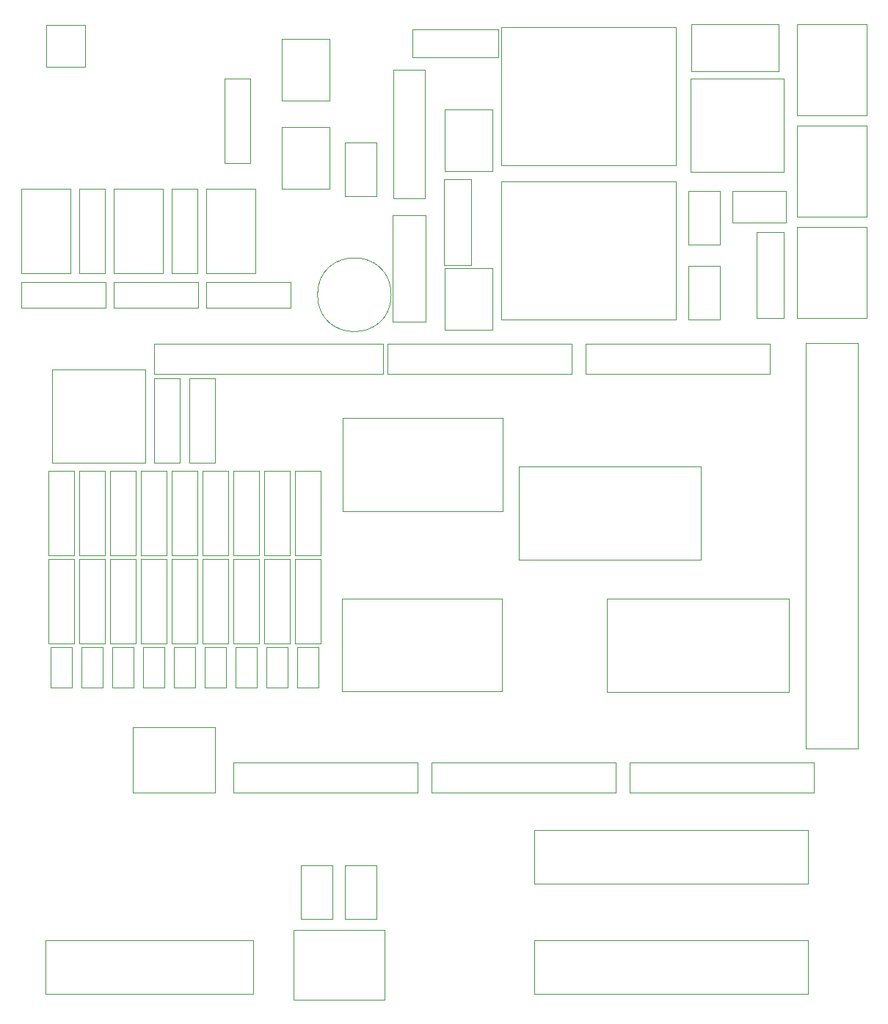
<source format=gbr>
G04 #@! TF.GenerationSoftware,KiCad,Pcbnew,5.1.5+dfsg1-2*
G04 #@! TF.CreationDate,2020-02-06T21:54:10+00:00*
G04 #@! TF.ProjectId,arduino_duo_shield,61726475-696e-46f5-9f64-756f5f736869,rev?*
G04 #@! TF.SameCoordinates,PX6258c20PY7445a00*
G04 #@! TF.FileFunction,Other,User*
%FSLAX46Y46*%
G04 Gerber Fmt 4.6, Leading zero omitted, Abs format (unit mm)*
G04 Created by KiCad (PCBNEW 5.1.5+dfsg1-2) date 2020-02-06 21:54:10*
%MOMM*%
%LPD*%
G04 APERTURE LIST*
%ADD10C,0.050000*%
G04 APERTURE END LIST*
D10*
X5512000Y49790000D02*
X5512000Y39090000D01*
X16312000Y49790000D02*
X5512000Y49790000D01*
X16312000Y39090000D02*
X16312000Y49790000D01*
X5512000Y39090000D02*
X16312000Y39090000D01*
X21360000Y48802000D02*
X21360000Y39082000D01*
X24360000Y48802000D02*
X21360000Y48802000D01*
X24360000Y39082000D02*
X24360000Y48802000D01*
X21360000Y39082000D02*
X24360000Y39082000D01*
X20296000Y39082000D02*
X20296000Y48802000D01*
X17296000Y39082000D02*
X20296000Y39082000D01*
X17296000Y48802000D02*
X17296000Y39082000D01*
X20296000Y48802000D02*
X17296000Y48802000D01*
X39348000Y-13484000D02*
X42948000Y-13484000D01*
X39348000Y-7334000D02*
X39348000Y-13484000D01*
X42948000Y-7334000D02*
X39348000Y-7334000D01*
X42948000Y-13484000D02*
X42948000Y-7334000D01*
X34268000Y-13484000D02*
X37868000Y-13484000D01*
X34268000Y-7334000D02*
X34268000Y-13484000D01*
X37868000Y-7334000D02*
X34268000Y-7334000D01*
X37868000Y-13484000D02*
X37868000Y-7334000D01*
X84052000Y70380000D02*
X84052000Y66780000D01*
X90202000Y70380000D02*
X84052000Y70380000D01*
X90202000Y66780000D02*
X90202000Y70380000D01*
X84052000Y66780000D02*
X90202000Y66780000D01*
X56366000Y61462000D02*
X56366000Y54362000D01*
X56366000Y61462000D02*
X50806000Y61462000D01*
X50806000Y54362000D02*
X56366000Y54362000D01*
X50806000Y54362000D02*
X50806000Y61462000D01*
X56366000Y79750000D02*
X56366000Y72650000D01*
X56366000Y79750000D02*
X50806000Y79750000D01*
X50806000Y72650000D02*
X56366000Y72650000D01*
X50806000Y72650000D02*
X50806000Y79750000D01*
X37570000Y87878000D02*
X37570000Y80778000D01*
X37570000Y87878000D02*
X32010000Y87878000D01*
X32010000Y80778000D02*
X37570000Y80778000D01*
X32010000Y80778000D02*
X32010000Y87878000D01*
X37570000Y77718000D02*
X37570000Y70618000D01*
X37570000Y77718000D02*
X32010000Y77718000D01*
X32010000Y70618000D02*
X37570000Y70618000D01*
X32010000Y70618000D02*
X32010000Y77718000D01*
X39348000Y69828000D02*
X42948000Y69828000D01*
X39348000Y75978000D02*
X39348000Y69828000D01*
X42948000Y75978000D02*
X39348000Y75978000D01*
X42948000Y69828000D02*
X42948000Y75978000D01*
X99504000Y89578000D02*
X99504000Y79078000D01*
X99504000Y89578000D02*
X91504000Y89578000D01*
X91504000Y79078000D02*
X99504000Y79078000D01*
X91504000Y79078000D02*
X91504000Y89578000D01*
X79242000Y72568000D02*
X89942000Y72568000D01*
X79242000Y83368000D02*
X79242000Y72568000D01*
X89942000Y83368000D02*
X79242000Y83368000D01*
X89942000Y72568000D02*
X89942000Y83368000D01*
X4862000Y89552000D02*
X4862000Y84702000D01*
X9362000Y89552000D02*
X4862000Y89552000D01*
X9362000Y84702000D02*
X9362000Y89552000D01*
X4862000Y84702000D02*
X9362000Y84702000D01*
X57378000Y55550000D02*
X77478000Y55550000D01*
X77478000Y71450000D02*
X77478000Y55550000D01*
X57378000Y55550000D02*
X57378000Y71450000D01*
X77478000Y71450000D02*
X57378000Y71450000D01*
X44664000Y58420000D02*
G75*
G03X44664000Y58420000I-4250000J0D01*
G01*
X12674000Y70676000D02*
X12674000Y60876000D01*
X18324000Y70676000D02*
X12674000Y70676000D01*
X18324000Y60876000D02*
X18324000Y70676000D01*
X12674000Y60876000D02*
X18324000Y60876000D01*
X2006000Y70676000D02*
X2006000Y60876000D01*
X7656000Y70676000D02*
X2006000Y70676000D01*
X7656000Y60876000D02*
X7656000Y70676000D01*
X2006000Y60876000D02*
X7656000Y60876000D01*
X23342000Y70676000D02*
X23342000Y60876000D01*
X28992000Y70676000D02*
X23342000Y70676000D01*
X28992000Y60876000D02*
X28992000Y70676000D01*
X23342000Y60876000D02*
X28992000Y60876000D01*
X79288000Y84168000D02*
X89388000Y84168000D01*
X79288000Y89568000D02*
X79288000Y84168000D01*
X89388000Y89568000D02*
X79288000Y89568000D01*
X89388000Y84168000D02*
X89388000Y89568000D01*
X26440000Y27974000D02*
X26440000Y18254000D01*
X29440000Y27974000D02*
X26440000Y27974000D01*
X29440000Y18254000D02*
X29440000Y27974000D01*
X26440000Y18254000D02*
X29440000Y18254000D01*
X26440000Y38134000D02*
X26440000Y28414000D01*
X29440000Y38134000D02*
X26440000Y38134000D01*
X29440000Y28414000D02*
X29440000Y38134000D01*
X26440000Y28414000D02*
X29440000Y28414000D01*
X29996000Y27974000D02*
X29996000Y18254000D01*
X32996000Y27974000D02*
X29996000Y27974000D01*
X32996000Y18254000D02*
X32996000Y27974000D01*
X29996000Y18254000D02*
X32996000Y18254000D01*
X29996000Y38134000D02*
X29996000Y28414000D01*
X32996000Y38134000D02*
X29996000Y38134000D01*
X32996000Y28414000D02*
X32996000Y38134000D01*
X29996000Y28414000D02*
X32996000Y28414000D01*
X22328000Y60926000D02*
X22328000Y70646000D01*
X19328000Y60926000D02*
X22328000Y60926000D01*
X19328000Y70646000D02*
X19328000Y60926000D01*
X22328000Y70646000D02*
X19328000Y70646000D01*
X11660000Y60926000D02*
X11660000Y70646000D01*
X8660000Y60926000D02*
X11660000Y60926000D01*
X8660000Y70646000D02*
X8660000Y60926000D01*
X11660000Y70646000D02*
X8660000Y70646000D01*
X12666000Y56920000D02*
X22386000Y56920000D01*
X12666000Y59920000D02*
X12666000Y56920000D01*
X22386000Y59920000D02*
X12666000Y59920000D01*
X22386000Y56920000D02*
X22386000Y59920000D01*
X48586000Y69562000D02*
X48586000Y84362000D01*
X44886000Y69562000D02*
X48586000Y69562000D01*
X44886000Y84362000D02*
X44886000Y69562000D01*
X48586000Y84362000D02*
X44886000Y84362000D01*
X1998000Y56920000D02*
X11718000Y56920000D01*
X1998000Y59920000D02*
X1998000Y56920000D01*
X11718000Y59920000D02*
X1998000Y59920000D01*
X11718000Y56920000D02*
X11718000Y59920000D01*
X25424000Y83346000D02*
X25424000Y73626000D01*
X28424000Y83346000D02*
X25424000Y83346000D01*
X28424000Y73626000D02*
X28424000Y83346000D01*
X25424000Y73626000D02*
X28424000Y73626000D01*
X33552000Y27974000D02*
X33552000Y18254000D01*
X36552000Y27974000D02*
X33552000Y27974000D01*
X36552000Y18254000D02*
X36552000Y27974000D01*
X33552000Y18254000D02*
X36552000Y18254000D01*
X33552000Y38134000D02*
X33552000Y28414000D01*
X36552000Y38134000D02*
X33552000Y38134000D01*
X36552000Y28414000D02*
X36552000Y38134000D01*
X33552000Y28414000D02*
X36552000Y28414000D01*
X23334000Y56920000D02*
X33054000Y56920000D01*
X23334000Y59920000D02*
X23334000Y56920000D01*
X33054000Y59920000D02*
X23334000Y59920000D01*
X33054000Y56920000D02*
X33054000Y59920000D01*
X5104000Y27974000D02*
X5104000Y18254000D01*
X8104000Y27974000D02*
X5104000Y27974000D01*
X8104000Y18254000D02*
X8104000Y27974000D01*
X5104000Y18254000D02*
X8104000Y18254000D01*
X5104000Y38134000D02*
X5104000Y28414000D01*
X8104000Y38134000D02*
X5104000Y38134000D01*
X8104000Y28414000D02*
X8104000Y38134000D01*
X5104000Y28414000D02*
X8104000Y28414000D01*
X8660000Y27974000D02*
X8660000Y18254000D01*
X11660000Y27974000D02*
X8660000Y27974000D01*
X11660000Y18254000D02*
X11660000Y27974000D01*
X8660000Y18254000D02*
X11660000Y18254000D01*
X8660000Y38134000D02*
X8660000Y28414000D01*
X11660000Y38134000D02*
X8660000Y38134000D01*
X11660000Y28414000D02*
X11660000Y38134000D01*
X8660000Y28414000D02*
X11660000Y28414000D01*
X12216000Y27974000D02*
X12216000Y18254000D01*
X15216000Y27974000D02*
X12216000Y27974000D01*
X15216000Y18254000D02*
X15216000Y27974000D01*
X12216000Y18254000D02*
X15216000Y18254000D01*
X12216000Y38134000D02*
X12216000Y28414000D01*
X15216000Y38134000D02*
X12216000Y38134000D01*
X15216000Y28414000D02*
X15216000Y38134000D01*
X12216000Y28414000D02*
X15216000Y28414000D01*
X15772000Y27974000D02*
X15772000Y18254000D01*
X18772000Y27974000D02*
X15772000Y27974000D01*
X18772000Y18254000D02*
X18772000Y27974000D01*
X15772000Y18254000D02*
X18772000Y18254000D01*
X15772000Y38134000D02*
X15772000Y28414000D01*
X18772000Y38134000D02*
X15772000Y38134000D01*
X18772000Y28414000D02*
X18772000Y38134000D01*
X15772000Y28414000D02*
X18772000Y28414000D01*
X19328000Y27974000D02*
X19328000Y18254000D01*
X22328000Y27974000D02*
X19328000Y27974000D01*
X22328000Y18254000D02*
X22328000Y27974000D01*
X19328000Y18254000D02*
X22328000Y18254000D01*
X19328000Y38134000D02*
X19328000Y28414000D01*
X22328000Y38134000D02*
X19328000Y38134000D01*
X22328000Y28414000D02*
X22328000Y38134000D01*
X19328000Y28414000D02*
X22328000Y28414000D01*
X22884000Y27974000D02*
X22884000Y18254000D01*
X25884000Y27974000D02*
X22884000Y27974000D01*
X25884000Y18254000D02*
X25884000Y27974000D01*
X22884000Y18254000D02*
X25884000Y18254000D01*
X22884000Y38134000D02*
X22884000Y28414000D01*
X25884000Y38134000D02*
X22884000Y38134000D01*
X25884000Y28414000D02*
X25884000Y38134000D01*
X22884000Y28414000D02*
X25884000Y28414000D01*
X48636000Y55338000D02*
X48636000Y67598000D01*
X44836000Y55338000D02*
X48636000Y55338000D01*
X44836000Y67598000D02*
X44836000Y55338000D01*
X48636000Y67598000D02*
X44836000Y67598000D01*
X57378000Y73330000D02*
X77478000Y73330000D01*
X77478000Y89230000D02*
X77478000Y73330000D01*
X57378000Y73330000D02*
X57378000Y89230000D01*
X77478000Y89230000D02*
X57378000Y89230000D01*
X82572000Y70380000D02*
X78972000Y70380000D01*
X82572000Y64230000D02*
X82572000Y70380000D01*
X78972000Y64230000D02*
X82572000Y64230000D01*
X78972000Y70380000D02*
X78972000Y64230000D01*
X82572000Y61744000D02*
X78972000Y61744000D01*
X82572000Y55594000D02*
X82572000Y61744000D01*
X78972000Y55594000D02*
X82572000Y55594000D01*
X78972000Y61744000D02*
X78972000Y55594000D01*
X61192000Y-15970000D02*
X61192000Y-22120000D01*
X92742000Y-15970000D02*
X61192000Y-15970000D01*
X92742000Y-22120000D02*
X92742000Y-15970000D01*
X61192000Y-22120000D02*
X92742000Y-22120000D01*
X99504000Y66210000D02*
X99504000Y55710000D01*
X99504000Y66210000D02*
X91504000Y66210000D01*
X91504000Y55710000D02*
X99504000Y55710000D01*
X91504000Y55710000D02*
X91504000Y66210000D01*
X99504000Y77894000D02*
X99504000Y67394000D01*
X99504000Y77894000D02*
X91504000Y77894000D01*
X91504000Y67394000D02*
X99504000Y67394000D01*
X91504000Y67394000D02*
X91504000Y77894000D01*
X4804000Y-15970000D02*
X4804000Y-22120000D01*
X28704000Y-15970000D02*
X4804000Y-15970000D01*
X28704000Y-22120000D02*
X28704000Y-15970000D01*
X4804000Y-22120000D02*
X28704000Y-22120000D01*
X43858000Y-22796000D02*
X33358000Y-22796000D01*
X43858000Y-22796000D02*
X43858000Y-14796000D01*
X33358000Y-14796000D02*
X33358000Y-22796000D01*
X33358000Y-14796000D02*
X43858000Y-14796000D01*
X89992000Y55746000D02*
X89992000Y65666000D01*
X86792000Y55746000D02*
X89992000Y55746000D01*
X86792000Y65666000D02*
X86792000Y55746000D01*
X89992000Y65666000D02*
X86792000Y65666000D01*
X53924000Y71762000D02*
X50724000Y71762000D01*
X50724000Y71762000D02*
X50724000Y61842000D01*
X50724000Y61842000D02*
X53924000Y61842000D01*
X53924000Y61842000D02*
X53924000Y71762000D01*
X57030000Y85776000D02*
X57030000Y88976000D01*
X57030000Y88976000D02*
X47110000Y88976000D01*
X47110000Y88976000D02*
X47110000Y85776000D01*
X47110000Y85776000D02*
X57030000Y85776000D01*
X26690000Y17774000D02*
X26690000Y13174000D01*
X29190000Y17774000D02*
X26690000Y17774000D01*
X29190000Y13174000D02*
X29190000Y17774000D01*
X26690000Y13174000D02*
X29190000Y13174000D01*
X30246000Y17774000D02*
X30246000Y13174000D01*
X32746000Y17774000D02*
X30246000Y17774000D01*
X32746000Y13174000D02*
X32746000Y17774000D01*
X30246000Y13174000D02*
X32746000Y13174000D01*
X33802000Y17774000D02*
X33802000Y13174000D01*
X36302000Y17774000D02*
X33802000Y17774000D01*
X36302000Y13174000D02*
X36302000Y17774000D01*
X33802000Y13174000D02*
X36302000Y13174000D01*
X5354000Y17774000D02*
X5354000Y13174000D01*
X7854000Y17774000D02*
X5354000Y17774000D01*
X7854000Y13174000D02*
X7854000Y17774000D01*
X5354000Y13174000D02*
X7854000Y13174000D01*
X8910000Y17774000D02*
X8910000Y13174000D01*
X11410000Y17774000D02*
X8910000Y17774000D01*
X11410000Y13174000D02*
X11410000Y17774000D01*
X8910000Y13174000D02*
X11410000Y13174000D01*
X12466000Y17774000D02*
X12466000Y13174000D01*
X14966000Y17774000D02*
X12466000Y17774000D01*
X14966000Y13174000D02*
X14966000Y17774000D01*
X12466000Y13174000D02*
X14966000Y13174000D01*
X16022000Y17774000D02*
X16022000Y13174000D01*
X18522000Y17774000D02*
X16022000Y17774000D01*
X18522000Y13174000D02*
X18522000Y17774000D01*
X16022000Y13174000D02*
X18522000Y13174000D01*
X19578000Y17774000D02*
X19578000Y13174000D01*
X22078000Y17774000D02*
X19578000Y17774000D01*
X22078000Y13174000D02*
X22078000Y17774000D01*
X19578000Y13174000D02*
X22078000Y13174000D01*
X23134000Y17774000D02*
X23134000Y13174000D01*
X25634000Y17774000D02*
X23134000Y17774000D01*
X25634000Y13174000D02*
X25634000Y17774000D01*
X23134000Y13174000D02*
X25634000Y13174000D01*
X14860000Y1290000D02*
X14860000Y8290000D01*
X15110000Y8540000D02*
X24110000Y8540000D01*
X24360000Y8290000D02*
X24360000Y1290000D01*
X24110000Y1040000D02*
X15110000Y1040000D01*
X24360000Y8540000D02*
X24110000Y8540000D01*
X24360000Y8290000D02*
X24360000Y8540000D01*
X24360000Y1040000D02*
X24110000Y1040000D01*
X24360000Y1290000D02*
X24360000Y1040000D01*
X14860000Y1040000D02*
X14860000Y1290000D01*
X15110000Y1040000D02*
X14860000Y1040000D01*
X14860000Y8540000D02*
X14860000Y8290000D01*
X15110000Y8540000D02*
X14860000Y8540000D01*
X59360000Y38614000D02*
X59360000Y27914000D01*
X80360000Y38614000D02*
X59360000Y38614000D01*
X80360000Y27914000D02*
X80360000Y38614000D01*
X59360000Y27914000D02*
X80360000Y27914000D01*
X69520000Y23374000D02*
X69520000Y12674000D01*
X90520000Y23374000D02*
X69520000Y23374000D01*
X90520000Y12674000D02*
X90520000Y23374000D01*
X69520000Y12674000D02*
X90520000Y12674000D01*
X39040000Y44202000D02*
X39040000Y33502000D01*
X57490000Y44202000D02*
X39040000Y44202000D01*
X57490000Y33502000D02*
X57490000Y44202000D01*
X39040000Y33502000D02*
X57490000Y33502000D01*
X57480000Y12694000D02*
X57480000Y23394000D01*
X39030000Y12694000D02*
X57480000Y12694000D01*
X39030000Y23394000D02*
X39030000Y12694000D01*
X57480000Y23394000D02*
X39030000Y23394000D01*
X61192000Y-3270000D02*
X61192000Y-9420000D01*
X92742000Y-3270000D02*
X61192000Y-3270000D01*
X92742000Y-9420000D02*
X92742000Y-3270000D01*
X61192000Y-9420000D02*
X92742000Y-9420000D01*
X92484000Y6124000D02*
X98534000Y6124000D01*
X92484000Y52824000D02*
X98534000Y52824000D01*
X92484000Y6124000D02*
X92484000Y52824000D01*
X98534000Y6124000D02*
X98534000Y52824000D01*
X26444000Y4544000D02*
X26444000Y1044000D01*
X47744000Y4544000D02*
X47744000Y1044000D01*
X26444000Y4544000D02*
X47744000Y4544000D01*
X26444000Y1044000D02*
X47744000Y1044000D01*
X49304000Y4544000D02*
X49304000Y1044000D01*
X70604000Y4544000D02*
X70604000Y1044000D01*
X49304000Y4544000D02*
X70604000Y4544000D01*
X49304000Y1044000D02*
X70604000Y1044000D01*
X72164000Y4544000D02*
X72164000Y1044000D01*
X93464000Y4544000D02*
X93464000Y1044000D01*
X72164000Y4544000D02*
X93464000Y4544000D01*
X72164000Y1044000D02*
X93464000Y1044000D01*
X17300000Y52804000D02*
X17300000Y49304000D01*
X43700000Y52804000D02*
X43700000Y49304000D01*
X17300000Y52804000D02*
X43700000Y52804000D01*
X17300000Y49304000D02*
X43700000Y49304000D01*
X44224000Y52804000D02*
X44224000Y49304000D01*
X65524000Y52804000D02*
X65524000Y49304000D01*
X44224000Y52804000D02*
X65524000Y52804000D01*
X44224000Y49304000D02*
X65524000Y49304000D01*
X67084000Y52804000D02*
X67084000Y49304000D01*
X88384000Y52804000D02*
X88384000Y49304000D01*
X67084000Y52804000D02*
X88384000Y52804000D01*
X67084000Y49304000D02*
X88384000Y49304000D01*
M02*

</source>
